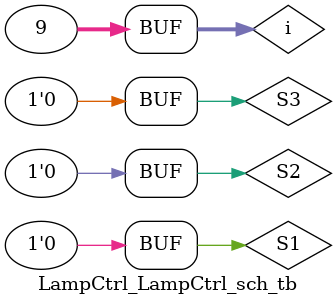
<source format=v>

`timescale 1ns / 1ps

module LampCtrl_LampCtrl_sch_tb();

// Inputs
   reg S3;
   reg S2;
   reg S1;

// Output
   wire F;

// Bidirs

// Instantiate the UUT
   LampCtrl UUT (
		.F(F), 
		.S3(S3), 
		.S2(S2), 
		.S1(S1)
   );
// Initialize Inputs
  integer i;
	initial begin
		for(i=0;i<=8;i=i+1)begin
			{S3,S2,S1} <= i;
			#50;
		end
    end
	 
endmodule
</source>
